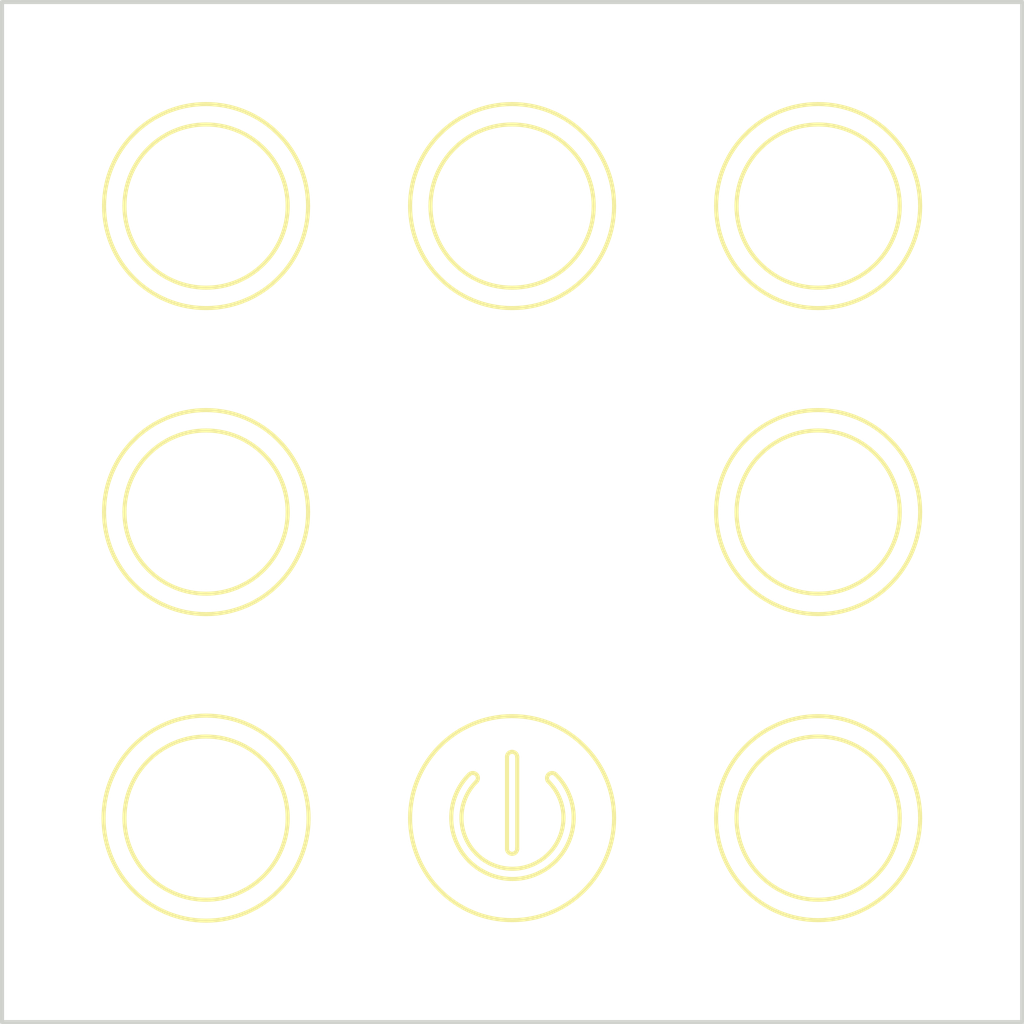
<source format=kicad_pcb>
(kicad_pcb (version 20171130) (host pcbnew "(5.0.0)")

  (general
    (thickness 1.6)
    (drawings 31)
    (tracks 0)
    (zones 0)
    (modules 0)
    (nets 1)
  )

  (page A4)
  (layers
    (0 F.Cu signal)
    (31 B.Cu signal)
    (32 B.Adhes user)
    (33 F.Adhes user)
    (34 B.Paste user)
    (35 F.Paste user)
    (36 B.SilkS user)
    (37 F.SilkS user)
    (38 B.Mask user)
    (39 F.Mask user)
    (40 Dwgs.User user)
    (41 Cmts.User user)
    (42 Eco1.User user)
    (43 Eco2.User user)
    (44 Edge.Cuts user)
    (45 Margin user)
    (46 B.CrtYd user)
    (47 F.CrtYd user)
    (48 B.Fab user)
    (49 F.Fab user)
  )

  (setup
    (last_trace_width 0.25)
    (trace_clearance 0.2)
    (zone_clearance 0.508)
    (zone_45_only no)
    (trace_min 0.2)
    (segment_width 0.2)
    (edge_width 0.15)
    (via_size 0.8)
    (via_drill 0.4)
    (via_min_size 0.4)
    (via_min_drill 0.3)
    (uvia_size 0.3)
    (uvia_drill 0.1)
    (uvias_allowed no)
    (uvia_min_size 0.2)
    (uvia_min_drill 0.1)
    (pcb_text_width 0.3)
    (pcb_text_size 1.5 1.5)
    (mod_edge_width 0.15)
    (mod_text_size 1 1)
    (mod_text_width 0.15)
    (pad_size 1.524 1.524)
    (pad_drill 0.762)
    (pad_to_mask_clearance 0.2)
    (aux_axis_origin 0 0)
    (visible_elements FFFFFF7F)
    (pcbplotparams
      (layerselection 0x010fc_ffffffff)
      (usegerberextensions false)
      (usegerberattributes false)
      (usegerberadvancedattributes false)
      (creategerberjobfile false)
      (excludeedgelayer true)
      (linewidth 0.100000)
      (plotframeref false)
      (viasonmask false)
      (mode 1)
      (useauxorigin false)
      (hpglpennumber 1)
      (hpglpenspeed 20)
      (hpglpendiameter 15.000000)
      (psnegative false)
      (psa4output false)
      (plotreference true)
      (plotvalue true)
      (plotinvisibletext false)
      (padsonsilk false)
      (subtractmaskfromsilk false)
      (outputformat 1)
      (mirror false)
      (drillshape 1)
      (scaleselection 1)
      (outputdirectory ""))
  )

  (net 0 "")

  (net_class Default "Это класс цепей по умолчанию."
    (clearance 0.2)
    (trace_width 0.25)
    (via_dia 0.8)
    (via_drill 0.4)
    (uvia_dia 0.3)
    (uvia_drill 0.1)
  )

  (gr_line (start 115.25 82) (end 115.25 86.5) (layer F.SilkS) (width 0.2))
  (gr_line (start 114.75 82) (end 114.75 86.5) (layer F.SilkS) (width 0.2))
  (gr_arc (start 115 86.5) (end 114.75 86.5) (angle -180) (layer F.SilkS) (width 0.2) (tstamp 5C1D56DF))
  (gr_arc (start 115 82) (end 115.25 82) (angle -180) (layer F.SilkS) (width 0.2) (tstamp 5C1D56D2))
  (gr_arc (start 113.073224 83.03769) (end 113.250001 83.214467) (angle -180) (layer F.SilkS) (width 0.2) (tstamp 5C1D56C9))
  (gr_arc (start 116.96231 83.03769) (end 117.139087 82.860913) (angle -180) (layer F.SilkS) (width 0.2) (tstamp 5C1D56C5))
  (gr_arc (start 115.017767 84.982233) (end 117.139087 87.103553) (angle -90) (layer F.SilkS) (width 0.2) (tstamp 5C1D5693))
  (gr_arc (start 115.017767 84.982233) (end 112.896447 87.103553) (angle -90) (layer F.SilkS) (width 0.2) (tstamp 5C1D5692))
  (gr_arc (start 115.017767 84.982233) (end 113.25 86.75) (angle -90) (layer F.SilkS) (width 0.2) (tstamp 5C1D5691))
  (gr_arc (start 115.017767 84.982234) (end 112.896446 82.860913) (angle -90) (layer F.SilkS) (width 0.2) (tstamp 5C1D5690))
  (gr_arc (start 115.017767 84.982234) (end 113.250001 83.214467) (angle -90) (layer F.SilkS) (width 0.2) (tstamp 5C1D568F))
  (gr_arc (start 115.017767 84.982233) (end 116.785534 86.75) (angle -90) (layer F.SilkS) (width 0.2) (tstamp 5C1D568E))
  (gr_circle (center 130 85) (end 134 85) (layer F.SilkS) (width 0.2))
  (gr_circle (center 130 85) (end 135 85) (layer F.SilkS) (width 0.2))
  (gr_circle (center 115 85) (end 120 85) (layer F.SilkS) (width 0.2))
  (gr_circle (center 100 85) (end 104 85) (layer F.SilkS) (width 0.2))
  (gr_circle (center 100 85) (end 105 85.5) (layer F.SilkS) (width 0.2))
  (gr_circle (center 100 70) (end 104 70) (layer F.SilkS) (width 0.2))
  (gr_circle (center 100 70) (end 105 70) (layer F.SilkS) (width 0.2))
  (gr_circle (center 130 70) (end 134 70) (layer F.SilkS) (width 0.2))
  (gr_circle (center 130 70) (end 135 70) (layer F.SilkS) (width 0.2))
  (gr_circle (center 130 55) (end 134 55) (layer F.SilkS) (width 0.2))
  (gr_circle (center 130 55) (end 135 55) (layer F.SilkS) (width 0.2))
  (gr_circle (center 115 55) (end 119 55) (layer F.SilkS) (width 0.2))
  (gr_circle (center 115 55) (end 120 55) (layer F.SilkS) (width 0.2))
  (gr_circle (center 100 55) (end 104 55) (layer F.SilkS) (width 0.2))
  (gr_circle (center 100 55) (end 105 55) (layer F.SilkS) (width 0.2))
  (gr_line (start 90 95) (end 90 45) (layer Edge.Cuts) (width 0.2))
  (gr_line (start 140 95) (end 90 95) (layer Edge.Cuts) (width 0.2))
  (gr_line (start 140 45) (end 140 95) (layer Edge.Cuts) (width 0.2))
  (gr_line (start 90 45) (end 140 45) (layer Edge.Cuts) (width 0.2))

)

</source>
